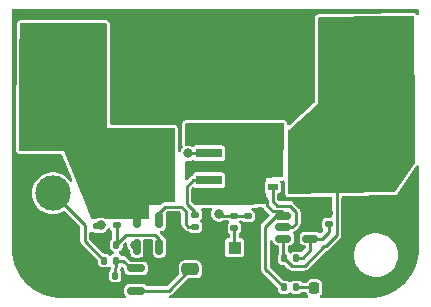
<source format=gbr>
%TF.GenerationSoftware,KiCad,Pcbnew,(6.0.6)*%
%TF.CreationDate,2022-10-10T16:19:53+08:00*%
%TF.ProjectId,NMOS_SWITCH,4e4d4f53-5f53-4574-9954-43482e6b6963,rev?*%
%TF.SameCoordinates,Original*%
%TF.FileFunction,Copper,L1,Top*%
%TF.FilePolarity,Positive*%
%FSLAX46Y46*%
G04 Gerber Fmt 4.6, Leading zero omitted, Abs format (unit mm)*
G04 Created by KiCad (PCBNEW (6.0.6)) date 2022-10-10 16:19:53*
%MOMM*%
%LPD*%
G01*
G04 APERTURE LIST*
G04 Aperture macros list*
%AMRoundRect*
0 Rectangle with rounded corners*
0 $1 Rounding radius*
0 $2 $3 $4 $5 $6 $7 $8 $9 X,Y pos of 4 corners*
0 Add a 4 corners polygon primitive as box body*
4,1,4,$2,$3,$4,$5,$6,$7,$8,$9,$2,$3,0*
0 Add four circle primitives for the rounded corners*
1,1,$1+$1,$2,$3*
1,1,$1+$1,$4,$5*
1,1,$1+$1,$6,$7*
1,1,$1+$1,$8,$9*
0 Add four rect primitives between the rounded corners*
20,1,$1+$1,$2,$3,$4,$5,0*
20,1,$1+$1,$4,$5,$6,$7,0*
20,1,$1+$1,$6,$7,$8,$9,0*
20,1,$1+$1,$8,$9,$2,$3,0*%
G04 Aperture macros list end*
%TA.AperFunction,ComponentPad*%
%ADD10R,3.000000X3.000000*%
%TD*%
%TA.AperFunction,ComponentPad*%
%ADD11C,3.000000*%
%TD*%
%TA.AperFunction,SMDPad,CuDef*%
%ADD12RoundRect,0.135000X-0.135000X-0.185000X0.135000X-0.185000X0.135000X0.185000X-0.135000X0.185000X0*%
%TD*%
%TA.AperFunction,SMDPad,CuDef*%
%ADD13RoundRect,0.135000X0.135000X0.185000X-0.135000X0.185000X-0.135000X-0.185000X0.135000X-0.185000X0*%
%TD*%
%TA.AperFunction,SMDPad,CuDef*%
%ADD14R,0.850000X0.500000*%
%TD*%
%TA.AperFunction,SMDPad,CuDef*%
%ADD15R,4.550000X4.410000*%
%TD*%
%TA.AperFunction,SMDPad,CuDef*%
%ADD16R,2.200000X0.800000*%
%TD*%
%TA.AperFunction,SMDPad,CuDef*%
%ADD17R,6.400000X5.800000*%
%TD*%
%TA.AperFunction,SMDPad,CuDef*%
%ADD18RoundRect,0.250000X0.475000X-0.250000X0.475000X0.250000X-0.475000X0.250000X-0.475000X-0.250000X0*%
%TD*%
%TA.AperFunction,SMDPad,CuDef*%
%ADD19RoundRect,0.135000X0.185000X-0.135000X0.185000X0.135000X-0.185000X0.135000X-0.185000X-0.135000X0*%
%TD*%
%TA.AperFunction,SMDPad,CuDef*%
%ADD20RoundRect,0.218750X0.218750X0.256250X-0.218750X0.256250X-0.218750X-0.256250X0.218750X-0.256250X0*%
%TD*%
%TA.AperFunction,SMDPad,CuDef*%
%ADD21RoundRect,0.135000X-0.185000X0.135000X-0.185000X-0.135000X0.185000X-0.135000X0.185000X0.135000X0*%
%TD*%
%TA.AperFunction,SMDPad,CuDef*%
%ADD22R,1.100000X1.100000*%
%TD*%
%TA.AperFunction,SMDPad,CuDef*%
%ADD23RoundRect,0.150000X-0.587500X-0.150000X0.587500X-0.150000X0.587500X0.150000X-0.587500X0.150000X0*%
%TD*%
%TA.AperFunction,SMDPad,CuDef*%
%ADD24RoundRect,0.150000X0.512500X0.150000X-0.512500X0.150000X-0.512500X-0.150000X0.512500X-0.150000X0*%
%TD*%
%TA.AperFunction,SMDPad,CuDef*%
%ADD25RoundRect,0.150000X0.150000X-0.512500X0.150000X0.512500X-0.150000X0.512500X-0.150000X-0.512500X0*%
%TD*%
%TA.AperFunction,SMDPad,CuDef*%
%ADD26RoundRect,0.140000X0.170000X-0.140000X0.170000X0.140000X-0.170000X0.140000X-0.170000X-0.140000X0*%
%TD*%
%TA.AperFunction,ComponentPad*%
%ADD27RoundRect,1.500000X1.500000X1.500000X-1.500000X1.500000X-1.500000X-1.500000X1.500000X-1.500000X0*%
%TD*%
%TA.AperFunction,ComponentPad*%
%ADD28C,6.000000*%
%TD*%
%TA.AperFunction,ComponentPad*%
%ADD29RoundRect,1.500000X-1.500000X-1.500000X1.500000X-1.500000X1.500000X1.500000X-1.500000X1.500000X0*%
%TD*%
%TA.AperFunction,ViaPad*%
%ADD30C,0.800000*%
%TD*%
%TA.AperFunction,Conductor*%
%ADD31C,0.250000*%
%TD*%
G04 APERTURE END LIST*
D10*
%TO.P,J1,1,Pin_1*%
%TO.N,GND*%
X142325000Y-103300000D03*
D11*
%TO.P,J1,2,Pin_2*%
%TO.N,/EN*%
X142325000Y-98300000D03*
%TD*%
D12*
%TO.P,R10,1*%
%TO.N,/EN*%
X146690000Y-104000000D03*
%TO.P,R10,2*%
%TO.N,Net-(R10-Pad2)*%
X147710000Y-104000000D03*
%TD*%
%TO.P,R11,1*%
%TO.N,GND*%
X146590000Y-105275000D03*
%TO.P,R11,2*%
%TO.N,Net-(R10-Pad2)*%
X147610000Y-105275000D03*
%TD*%
D13*
%TO.P,R8,1*%
%TO.N,Net-(U2-Pad1)*%
X162960000Y-103825000D03*
%TO.P,R8,2*%
%TO.N,/NMOS_OUT*%
X161940000Y-103825000D03*
%TD*%
D14*
%TO.P,Q2,1,S*%
%TO.N,Net-(Q2-Pad1)*%
X160950000Y-93995000D03*
%TO.P,Q2,2,S*%
X160950000Y-95265000D03*
%TO.P,Q2,3,S*%
X160950000Y-96535000D03*
%TO.P,Q2,4,G*%
%TO.N,Net-(U2-Pad5)*%
X160950000Y-97805000D03*
D15*
%TO.P,Q2,5,D*%
%TO.N,/NMOS_OUT*%
X164900000Y-95900000D03*
%TD*%
D16*
%TO.P,U1,1,OUT*%
%TO.N,Net-(Q2-Pad1)*%
X155550000Y-98330000D03*
%TO.P,U1,2,IN*%
%TO.N,Net-(R4-Pad2)*%
X155550000Y-97190000D03*
D17*
%TO.P,U1,3,Vbb*%
%TO.N,/NMOS_IN*%
X149250000Y-96050000D03*
D16*
%TO.P,U1,4,IS*%
%TO.N,Net-(R5-Pad2)*%
X155550000Y-94910000D03*
%TO.P,U1,5,OUT*%
%TO.N,Net-(Q2-Pad1)*%
X155550000Y-93770000D03*
%TD*%
D18*
%TO.P,C1,1*%
%TO.N,Net-(U3-Pad1)*%
X153975000Y-104750000D03*
%TO.P,C1,2*%
%TO.N,GND*%
X153975000Y-102850000D03*
%TD*%
D19*
%TO.P,R1,1*%
%TO.N,Net-(U3-Pad1)*%
X146050000Y-101110000D03*
%TO.P,R1,2*%
%TO.N,/NMOS_IN*%
X146050000Y-100090000D03*
%TD*%
D20*
%TO.P,D3,1,K*%
%TO.N,GND*%
X166037500Y-106325000D03*
%TO.P,D3,2,A*%
%TO.N,Net-(D3-Pad2)*%
X164462500Y-106325000D03*
%TD*%
D21*
%TO.P,R2,1*%
%TO.N,/NMOS_IN*%
X147750000Y-100015000D03*
%TO.P,R2,2*%
%TO.N,Net-(U3-Pad3)*%
X147750000Y-101035000D03*
%TD*%
D19*
%TO.P,R4,1*%
%TO.N,Net-(R4-Pad1)*%
X154375000Y-101135000D03*
%TO.P,R4,2*%
%TO.N,Net-(R4-Pad2)*%
X154375000Y-100115000D03*
%TD*%
D22*
%TO.P,D2,1,K*%
%TO.N,Net-(D2-Pad1)*%
X157725000Y-102900000D03*
%TO.P,D2,2,A*%
%TO.N,GND*%
X157725000Y-105700000D03*
%TD*%
D21*
%TO.P,R6,1*%
%TO.N,Net-(R5-Pad2)*%
X157700000Y-100215000D03*
%TO.P,R6,2*%
%TO.N,Net-(D2-Pad1)*%
X157700000Y-101235000D03*
%TD*%
D23*
%TO.P,Q1,1,B*%
%TO.N,Net-(R10-Pad2)*%
X149387500Y-104650000D03*
%TO.P,Q1,2,E*%
%TO.N,Net-(U3-Pad1)*%
X149387500Y-106550000D03*
%TO.P,Q1,3,C*%
%TO.N,GND*%
X151262500Y-105600000D03*
%TD*%
D24*
%TO.P,U2,1,VS*%
%TO.N,Net-(U2-Pad1)*%
X164137500Y-102150000D03*
%TO.P,U2,2,GND*%
%TO.N,GND*%
X164137500Y-101200000D03*
%TO.P,U2,3,OFF*%
X164137500Y-100250000D03*
%TO.P,U2,4,IN*%
%TO.N,Net-(Q2-Pad1)*%
X161862500Y-100250000D03*
%TO.P,U2,5,GATE*%
%TO.N,Net-(U2-Pad5)*%
X161862500Y-101200000D03*
%TO.P,U2,6,OUT*%
%TO.N,/NMOS_OUT*%
X161862500Y-102150000D03*
%TD*%
D25*
%TO.P,U3,1,-*%
%TO.N,Net-(U3-Pad1)*%
X149450000Y-102837500D03*
%TO.P,U3,2,V-*%
%TO.N,GND*%
X150400000Y-102837500D03*
%TO.P,U3,3,+*%
%TO.N,Net-(U3-Pad3)*%
X151350000Y-102837500D03*
%TO.P,U3,4*%
%TO.N,Net-(R4-Pad1)*%
X151350000Y-100562500D03*
%TO.P,U3,5,V+*%
%TO.N,/NMOS_IN*%
X149450000Y-100562500D03*
%TD*%
D19*
%TO.P,R5,1*%
%TO.N,GND*%
X158850000Y-101260000D03*
%TO.P,R5,2*%
%TO.N,Net-(R5-Pad2)*%
X158850000Y-100240000D03*
%TD*%
D12*
%TO.P,R7,1*%
%TO.N,Net-(Q2-Pad1)*%
X161915000Y-106275000D03*
%TO.P,R7,2*%
%TO.N,Net-(D3-Pad2)*%
X162935000Y-106275000D03*
%TD*%
D26*
%TO.P,C2,1*%
%TO.N,Net-(U2-Pad1)*%
X165675000Y-100905000D03*
%TO.P,C2,2*%
%TO.N,GND*%
X165675000Y-99945000D03*
%TD*%
D27*
%TO.P,J2,1,Pin_1*%
%TO.N,GND*%
X151025000Y-87550000D03*
D28*
%TO.P,J2,2,Pin_2*%
%TO.N,/NMOS_IN*%
X143825000Y-87550000D03*
%TD*%
D29*
%TO.P,J3,1,Pin_1*%
%TO.N,GND*%
X161025000Y-87400000D03*
D28*
%TO.P,J3,2,Pin_2*%
%TO.N,/NMOS_OUT*%
X168225000Y-87400000D03*
%TD*%
D13*
%TO.P,R9,1*%
%TO.N,Net-(U3-Pad3)*%
X147710000Y-102650000D03*
%TO.P,R9,2*%
%TO.N,GND*%
X146690000Y-102650000D03*
%TD*%
D30*
%TO.N,GND*%
X164000000Y-99275000D03*
X150400000Y-103625000D03*
X146300000Y-102450000D03*
X165625000Y-104925000D03*
%TO.N,Net-(U3-Pad1)*%
X149275000Y-102650000D03*
X146375000Y-101025000D03*
X154000000Y-104775000D03*
%TO.N,/NMOS_IN*%
X140450000Y-91275000D03*
%TO.N,Net-(R5-Pad2)*%
X156400000Y-100050000D03*
X153775000Y-94925000D03*
%TO.N,Net-(Q2-Pad1)*%
X159475000Y-98550000D03*
%TD*%
D31*
%TO.N,Net-(U3-Pad1)*%
X152175000Y-106550000D02*
X153975000Y-104750000D01*
X146050000Y-101110000D02*
X146290000Y-101110000D01*
X149262500Y-102650000D02*
X149450000Y-102837500D01*
X146290000Y-101110000D02*
X146375000Y-101025000D01*
X149387500Y-106550000D02*
X152175000Y-106550000D01*
%TO.N,Net-(D3-Pad2)*%
X164412500Y-106275000D02*
X164462500Y-106325000D01*
X162935000Y-106275000D02*
X164412500Y-106275000D01*
%TO.N,/NMOS_OUT*%
X166375000Y-97375000D02*
X164900000Y-95900000D01*
X162585000Y-104470000D02*
X163655000Y-104470000D01*
X163655000Y-104470000D02*
X165325000Y-102800000D01*
X161862500Y-103672500D02*
X161940000Y-103750000D01*
X166375000Y-101850000D02*
X166375000Y-97375000D01*
X165425000Y-102800000D02*
X166375000Y-101850000D01*
X161862500Y-102150000D02*
X161862500Y-103672500D01*
X165325000Y-102800000D02*
X165425000Y-102800000D01*
X161940000Y-103825000D02*
X162585000Y-104470000D01*
%TO.N,/EN*%
X145050000Y-101025000D02*
X142325000Y-98300000D01*
X145050000Y-102360000D02*
X145050000Y-101025000D01*
X146690000Y-104000000D02*
X145050000Y-102360000D01*
%TO.N,Net-(U2-Pad1)*%
X165100000Y-102150000D02*
X165675000Y-101575000D01*
X164137500Y-102150000D02*
X165100000Y-102150000D01*
X165675000Y-101575000D02*
X165675000Y-100905000D01*
X163475000Y-103750000D02*
X164137500Y-103087500D01*
X164137500Y-103087500D02*
X164137500Y-102150000D01*
X162960000Y-103750000D02*
X163475000Y-103750000D01*
%TO.N,Net-(R4-Pad2)*%
X154235000Y-97190000D02*
X155550000Y-97190000D01*
X153675000Y-99175000D02*
X153675000Y-97750000D01*
X153675000Y-97750000D02*
X154235000Y-97190000D01*
X154375000Y-99875000D02*
X153675000Y-99175000D01*
X154375000Y-100115000D02*
X154375000Y-99875000D01*
%TO.N,Net-(R5-Pad2)*%
X158825000Y-100215000D02*
X158850000Y-100240000D01*
X153775000Y-94925000D02*
X155535000Y-94925000D01*
X155535000Y-94925000D02*
X155550000Y-94910000D01*
X157700000Y-100215000D02*
X158825000Y-100215000D01*
X157700000Y-100215000D02*
X156565000Y-100215000D01*
X156565000Y-100215000D02*
X156400000Y-100050000D01*
%TO.N,Net-(D2-Pad1)*%
X157700000Y-102875000D02*
X157725000Y-102900000D01*
X157700000Y-101235000D02*
X157700000Y-102875000D01*
%TO.N,Net-(Q2-Pad1)*%
X160500000Y-98887500D02*
X160500000Y-99350000D01*
X160162500Y-98550000D02*
X160500000Y-98887500D01*
X160950000Y-99800000D02*
X161725000Y-99800000D01*
X160325000Y-101125000D02*
X161200000Y-100250000D01*
X160500000Y-99350000D02*
X160950000Y-99800000D01*
X161915000Y-106275000D02*
X160325000Y-104685000D01*
X159475000Y-98550000D02*
X160162500Y-98550000D01*
X161862500Y-99937500D02*
X161862500Y-100250000D01*
X161725000Y-99800000D02*
X161862500Y-99937500D01*
X160325000Y-101125000D02*
X160325000Y-104685000D01*
X161200000Y-100250000D02*
X161862500Y-100250000D01*
%TO.N,Net-(R10-Pad2)*%
X148275000Y-104000000D02*
X147710000Y-104000000D01*
X147710000Y-104000000D02*
X147710000Y-104515000D01*
X148925000Y-104650000D02*
X148275000Y-104000000D01*
X149587500Y-104650000D02*
X148925000Y-104650000D01*
X147610000Y-104615000D02*
X147610000Y-105275000D01*
X147710000Y-104515000D02*
X147610000Y-104615000D01*
%TO.N,Net-(U2-Pad5)*%
X162925000Y-99900000D02*
X162925000Y-100875000D01*
X160950000Y-97805000D02*
X160950000Y-98975000D01*
X162375000Y-99350000D02*
X162925000Y-99900000D01*
X160950000Y-98975000D02*
X161325000Y-99350000D01*
X162600000Y-101200000D02*
X161862500Y-101200000D01*
X161325000Y-99350000D02*
X162375000Y-99350000D01*
X162925000Y-100875000D02*
X162600000Y-101200000D01*
%TO.N,Net-(R4-Pad1)*%
X153600000Y-99850000D02*
X153600000Y-100925000D01*
X151850000Y-99450000D02*
X153200000Y-99450000D01*
X153810000Y-101135000D02*
X154375000Y-101135000D01*
X151350000Y-100562500D02*
X151350000Y-99950000D01*
X153600000Y-100925000D02*
X153810000Y-101135000D01*
X153200000Y-99450000D02*
X153600000Y-99850000D01*
X151350000Y-99950000D02*
X151850000Y-99450000D01*
%TO.N,Net-(U3-Pad3)*%
X150975000Y-101800000D02*
X148560000Y-101800000D01*
X147750000Y-102610000D02*
X147710000Y-102650000D01*
X151350000Y-102837500D02*
X151350000Y-102175000D01*
X148560000Y-101800000D02*
X147710000Y-102650000D01*
X147750000Y-101035000D02*
X147750000Y-102610000D01*
X151350000Y-102175000D02*
X150975000Y-101800000D01*
%TD*%
%TA.AperFunction,Conductor*%
%TO.N,Net-(Q2-Pad1)*%
G36*
X161874268Y-92364919D02*
G01*
X161920794Y-92418546D01*
X161932195Y-92473001D01*
X161861276Y-96846343D01*
X161840172Y-96914130D01*
X161785770Y-96959747D01*
X161735720Y-96970299D01*
X161422509Y-96971362D01*
X160350000Y-96975000D01*
X160350000Y-97320597D01*
X160328765Y-97390599D01*
X160285266Y-97455699D01*
X160270500Y-97529933D01*
X160270501Y-98080066D01*
X160285266Y-98154301D01*
X160292161Y-98164621D01*
X160292162Y-98164622D01*
X160328765Y-98219401D01*
X160350000Y-98289403D01*
X160350000Y-99125377D01*
X160329998Y-99193498D01*
X160276342Y-99239991D01*
X160225385Y-99251369D01*
X158493879Y-99270397D01*
X154405598Y-99315323D01*
X154337264Y-99296072D01*
X154315121Y-99278427D01*
X154091405Y-99054711D01*
X154057379Y-98992399D01*
X154054500Y-98965616D01*
X154054500Y-97959384D01*
X154074502Y-97891263D01*
X154091405Y-97870289D01*
X154146456Y-97815238D01*
X154208768Y-97781212D01*
X154279583Y-97786277D01*
X154305550Y-97799566D01*
X154350699Y-97829734D01*
X154424933Y-97844500D01*
X155549818Y-97844500D01*
X156675066Y-97844499D01*
X156710818Y-97837388D01*
X156737126Y-97832156D01*
X156737128Y-97832155D01*
X156749301Y-97829734D01*
X156759621Y-97822839D01*
X156759622Y-97822838D01*
X156823168Y-97780377D01*
X156833484Y-97773484D01*
X156889734Y-97689301D01*
X156904500Y-97615067D01*
X156904499Y-96764934D01*
X156889734Y-96690699D01*
X156833484Y-96606516D01*
X156749301Y-96550266D01*
X156675067Y-96535500D01*
X155550182Y-96535500D01*
X154424934Y-96535501D01*
X154389182Y-96542612D01*
X154362874Y-96547844D01*
X154362872Y-96547845D01*
X154350699Y-96550266D01*
X154340379Y-96557161D01*
X154340378Y-96557162D01*
X154279985Y-96597516D01*
X154266516Y-96606516D01*
X154210266Y-96690699D01*
X154207845Y-96702871D01*
X154202479Y-96729848D01*
X154169572Y-96792758D01*
X154126749Y-96818604D01*
X154127671Y-96820524D01*
X154124536Y-96822030D01*
X154117921Y-96824740D01*
X154110374Y-96825996D01*
X154101205Y-96830943D01*
X154101203Y-96830944D01*
X154065268Y-96850334D01*
X154059976Y-96853031D01*
X154013768Y-96875219D01*
X154009493Y-96878813D01*
X154007568Y-96880738D01*
X154005638Y-96882509D01*
X154005553Y-96882555D01*
X154005441Y-96882432D01*
X154004906Y-96882904D01*
X153999186Y-96885990D01*
X153992119Y-96893635D01*
X153962584Y-96925586D01*
X153959154Y-96929152D01*
X153740095Y-97148211D01*
X153677783Y-97182237D01*
X153606968Y-97177172D01*
X153550132Y-97134625D01*
X153525321Y-97068105D01*
X153525000Y-97059116D01*
X153525000Y-95699415D01*
X153545002Y-95631294D01*
X153598658Y-95584801D01*
X153668932Y-95574697D01*
X153673771Y-95575676D01*
X153678171Y-95576279D01*
X153685522Y-95578207D01*
X153769477Y-95579526D01*
X153836319Y-95580576D01*
X153836322Y-95580576D01*
X153843916Y-95580695D01*
X153998332Y-95545329D01*
X154132213Y-95477995D01*
X154202055Y-95465257D01*
X154264976Y-95491179D01*
X154266516Y-95493484D01*
X154276337Y-95500046D01*
X154276339Y-95500048D01*
X154333150Y-95538008D01*
X154350699Y-95549734D01*
X154424933Y-95564500D01*
X155549818Y-95564500D01*
X156675066Y-95564499D01*
X156710818Y-95557388D01*
X156737126Y-95552156D01*
X156737128Y-95552155D01*
X156749301Y-95549734D01*
X156759621Y-95542839D01*
X156759622Y-95542838D01*
X156823168Y-95500377D01*
X156833484Y-95493484D01*
X156889734Y-95409301D01*
X156904500Y-95335067D01*
X156904499Y-94484934D01*
X156897388Y-94449182D01*
X156892156Y-94422874D01*
X156892155Y-94422872D01*
X156889734Y-94410699D01*
X156833484Y-94326516D01*
X156749301Y-94270266D01*
X156675067Y-94255500D01*
X155550182Y-94255500D01*
X154424934Y-94255501D01*
X154389182Y-94262612D01*
X154362874Y-94267844D01*
X154362872Y-94267845D01*
X154350699Y-94270266D01*
X154340379Y-94277161D01*
X154340378Y-94277162D01*
X154292006Y-94309484D01*
X154266516Y-94326516D01*
X154259623Y-94336832D01*
X154257337Y-94339118D01*
X154195025Y-94373144D01*
X154124210Y-94368079D01*
X154109292Y-94361382D01*
X154011274Y-94309484D01*
X153857633Y-94270892D01*
X153850034Y-94270852D01*
X153850033Y-94270852D01*
X153784181Y-94270507D01*
X153699221Y-94270062D01*
X153688054Y-94272743D01*
X153680413Y-94274577D01*
X153609505Y-94271029D01*
X153551772Y-94229709D01*
X153525542Y-94163735D01*
X153525000Y-94152058D01*
X153525000Y-92475923D01*
X153545002Y-92407802D01*
X153598658Y-92361309D01*
X153650921Y-92349923D01*
X161806135Y-92344958D01*
X161874268Y-92364919D01*
G37*
%TD.AperFunction*%
%TD*%
%TA.AperFunction,Conductor*%
%TO.N,GND*%
G36*
X173287939Y-95969368D02*
G01*
X173324905Y-96029982D01*
X173329206Y-96062772D01*
X173326990Y-97917702D01*
X173320554Y-103303743D01*
X173320055Y-103314792D01*
X173320034Y-103315026D01*
X173316542Y-103326930D01*
X173317871Y-103339266D01*
X173316853Y-103350672D01*
X173316683Y-103362750D01*
X173270247Y-103703291D01*
X173269008Y-103712375D01*
X173266888Y-103723890D01*
X173242080Y-103830548D01*
X173180189Y-104096636D01*
X173177008Y-104107910D01*
X173056064Y-104471002D01*
X173051849Y-104481932D01*
X172897711Y-104832213D01*
X172892499Y-104842704D01*
X172706494Y-105177159D01*
X172700342Y-105187105D01*
X172484065Y-105502861D01*
X172477009Y-105512199D01*
X172232358Y-105806485D01*
X172224459Y-105815135D01*
X172143907Y-105895500D01*
X171963302Y-106075685D01*
X171953532Y-106085432D01*
X171944879Y-106093297D01*
X171650017Y-106337267D01*
X171640654Y-106344306D01*
X171324411Y-106559836D01*
X171314436Y-106565976D01*
X171005720Y-106736726D01*
X170979545Y-106751203D01*
X170969046Y-106756388D01*
X170664244Y-106889666D01*
X170618400Y-106909712D01*
X170607461Y-106913900D01*
X170244093Y-107033996D01*
X170232821Y-107037149D01*
X170157427Y-107054500D01*
X169859870Y-107122979D01*
X169848344Y-107125073D01*
X169658687Y-107150485D01*
X169469023Y-107175898D01*
X169457365Y-107176910D01*
X169307786Y-107182925D01*
X169074973Y-107192286D01*
X169063260Y-107192212D01*
X168838199Y-107180315D01*
X168710679Y-107173574D01*
X168699360Y-107171581D01*
X168687602Y-107170409D01*
X168675730Y-107166793D01*
X168663379Y-107167995D01*
X168663377Y-107167995D01*
X168643830Y-107169898D01*
X168631562Y-107170491D01*
X166887687Y-107169645D01*
X165064674Y-107168760D01*
X164996563Y-107148725D01*
X164950096Y-107095047D01*
X164940026Y-107024768D01*
X164969551Y-106960201D01*
X164989170Y-106941934D01*
X165012148Y-106924713D01*
X165012150Y-106924711D01*
X165019330Y-106919330D01*
X165100628Y-106810853D01*
X165110868Y-106783540D01*
X165143696Y-106695970D01*
X165148214Y-106683919D01*
X165154500Y-106626053D01*
X165154499Y-106023948D01*
X165148214Y-105966081D01*
X165110850Y-105866414D01*
X165103779Y-105847551D01*
X165103778Y-105847548D01*
X165100628Y-105839147D01*
X165019330Y-105730670D01*
X164910853Y-105649372D01*
X164902452Y-105646222D01*
X164902449Y-105646221D01*
X164826525Y-105617758D01*
X164783919Y-105601786D01*
X164776066Y-105600933D01*
X164776062Y-105600932D01*
X164729452Y-105595869D01*
X164729448Y-105595869D01*
X164726053Y-105595500D01*
X164462539Y-105595500D01*
X164198948Y-105595501D01*
X164141081Y-105601786D01*
X164086245Y-105622343D01*
X164022551Y-105646221D01*
X164022548Y-105646222D01*
X164014147Y-105649372D01*
X163905670Y-105730670D01*
X163824372Y-105839147D01*
X163822826Y-105837989D01*
X163780575Y-105880151D01*
X163720306Y-105895500D01*
X163478419Y-105895500D01*
X163410298Y-105875498D01*
X163390473Y-105856771D01*
X163389040Y-105858204D01*
X163301796Y-105770960D01*
X163191862Y-105714946D01*
X163182073Y-105713396D01*
X163182071Y-105713395D01*
X163155579Y-105709199D01*
X163100653Y-105700500D01*
X162935034Y-105700500D01*
X162769348Y-105700501D01*
X162764455Y-105701276D01*
X162764454Y-105701276D01*
X162687936Y-105713394D01*
X162687934Y-105713395D01*
X162678138Y-105714946D01*
X162669301Y-105719449D01*
X162669300Y-105719449D01*
X162647278Y-105730670D01*
X162568204Y-105770960D01*
X162514095Y-105825069D01*
X162451783Y-105859095D01*
X162380968Y-105854030D01*
X162335905Y-105825069D01*
X162281796Y-105770960D01*
X162171862Y-105714946D01*
X162162073Y-105713396D01*
X162162071Y-105713395D01*
X162128741Y-105708116D01*
X162080653Y-105700500D01*
X162063018Y-105700500D01*
X161929385Y-105700501D01*
X161861265Y-105680499D01*
X161840290Y-105663596D01*
X160741405Y-104564711D01*
X160707379Y-104502399D01*
X160704500Y-104475616D01*
X160704500Y-102411204D01*
X160724502Y-102343083D01*
X160778158Y-102296590D01*
X160848432Y-102286486D01*
X160913012Y-102315980D01*
X160951396Y-102375706D01*
X160954949Y-102391494D01*
X160960502Y-102426555D01*
X161018674Y-102540723D01*
X161109277Y-102631326D01*
X161223445Y-102689498D01*
X161318166Y-102704500D01*
X161357000Y-102704500D01*
X161425121Y-102724502D01*
X161471614Y-102778158D01*
X161483000Y-102830500D01*
X161483000Y-103383763D01*
X161469267Y-103440965D01*
X161429946Y-103518138D01*
X161428396Y-103527927D01*
X161428395Y-103527929D01*
X161426938Y-103537128D01*
X161415500Y-103609347D01*
X161415501Y-104040652D01*
X161416276Y-104045545D01*
X161416276Y-104045546D01*
X161426318Y-104108951D01*
X161429946Y-104131862D01*
X161485960Y-104241796D01*
X161573204Y-104329040D01*
X161683138Y-104385054D01*
X161692927Y-104386604D01*
X161692929Y-104386605D01*
X161717851Y-104390552D01*
X161774347Y-104399500D01*
X161791982Y-104399500D01*
X161925615Y-104399499D01*
X161993735Y-104419501D01*
X162014710Y-104436404D01*
X162278522Y-104700216D01*
X162293664Y-104718964D01*
X162294779Y-104720189D01*
X162300429Y-104728940D01*
X162308607Y-104735387D01*
X162308609Y-104735389D01*
X162326800Y-104749729D01*
X162331241Y-104753675D01*
X162331303Y-104753602D01*
X162335267Y-104756961D01*
X162338944Y-104760638D01*
X162354692Y-104771892D01*
X162359362Y-104775398D01*
X162399647Y-104807156D01*
X162408281Y-104810188D01*
X162415734Y-104815514D01*
X162464850Y-104830203D01*
X162470492Y-104832036D01*
X162511199Y-104846331D01*
X162518851Y-104849018D01*
X162524416Y-104849500D01*
X162527124Y-104849500D01*
X162529758Y-104849614D01*
X162529856Y-104849643D01*
X162529849Y-104849807D01*
X162530553Y-104849851D01*
X162536778Y-104851713D01*
X162590635Y-104849597D01*
X162595582Y-104849500D01*
X163601080Y-104849500D01*
X163625028Y-104852049D01*
X163626693Y-104852128D01*
X163636876Y-104854320D01*
X163647217Y-104853096D01*
X163670223Y-104850373D01*
X163676154Y-104850023D01*
X163676146Y-104849928D01*
X163681324Y-104849500D01*
X163686524Y-104849500D01*
X163691653Y-104848646D01*
X163691656Y-104848646D01*
X163705565Y-104846331D01*
X163711443Y-104845494D01*
X163752001Y-104840694D01*
X163752002Y-104840694D01*
X163762341Y-104839470D01*
X163770593Y-104835507D01*
X163779626Y-104834004D01*
X163788795Y-104829057D01*
X163788797Y-104829056D01*
X163824732Y-104809666D01*
X163830025Y-104806969D01*
X163869082Y-104788215D01*
X163869086Y-104788212D01*
X163876232Y-104784781D01*
X163880508Y-104781186D01*
X163882431Y-104779263D01*
X163884363Y-104777491D01*
X163884442Y-104777448D01*
X163884555Y-104777572D01*
X163885095Y-104777096D01*
X163890814Y-104774010D01*
X163927417Y-104734413D01*
X163930846Y-104730848D01*
X165094508Y-103567186D01*
X167841018Y-103567186D01*
X167866579Y-103835100D01*
X167867664Y-103839534D01*
X167867665Y-103839540D01*
X167909665Y-104011180D01*
X167930547Y-104096518D01*
X168031583Y-104345963D01*
X168167569Y-104578210D01*
X168251679Y-104683384D01*
X168331875Y-104783664D01*
X168335658Y-104788395D01*
X168532327Y-104972113D01*
X168753457Y-105125516D01*
X168994416Y-105245391D01*
X168998750Y-105246812D01*
X168998753Y-105246813D01*
X169245823Y-105327807D01*
X169245829Y-105327808D01*
X169250156Y-105329227D01*
X169254647Y-105330007D01*
X169254648Y-105330007D01*
X169511538Y-105374611D01*
X169511546Y-105374612D01*
X169515319Y-105375267D01*
X169519156Y-105375458D01*
X169598777Y-105379422D01*
X169598785Y-105379422D01*
X169600348Y-105379500D01*
X169768374Y-105379500D01*
X169770642Y-105379335D01*
X169770654Y-105379335D01*
X169901457Y-105369844D01*
X169968425Y-105364985D01*
X169972880Y-105364001D01*
X169972883Y-105364001D01*
X170226770Y-105307947D01*
X170226772Y-105307946D01*
X170231226Y-105306963D01*
X170482900Y-105211613D01*
X170619343Y-105135826D01*
X170714179Y-105083149D01*
X170714180Y-105083148D01*
X170718172Y-105080931D01*
X170864842Y-104968996D01*
X170928491Y-104920421D01*
X170928495Y-104920417D01*
X170932116Y-104917654D01*
X170938416Y-104911210D01*
X171046439Y-104800707D01*
X171120249Y-104725203D01*
X171188759Y-104631080D01*
X171275942Y-104511304D01*
X171275947Y-104511297D01*
X171278630Y-104507610D01*
X171403941Y-104269433D01*
X171493557Y-104015662D01*
X171519431Y-103884389D01*
X171544720Y-103756083D01*
X171544721Y-103756077D01*
X171545601Y-103751611D01*
X171547704Y-103709362D01*
X171558755Y-103487383D01*
X171558755Y-103487377D01*
X171558982Y-103482814D01*
X171533421Y-103214900D01*
X171532236Y-103210054D01*
X171470539Y-102957920D01*
X171469453Y-102953482D01*
X171368417Y-102704037D01*
X171232431Y-102471790D01*
X171064342Y-102261605D01*
X170867673Y-102077887D01*
X170646543Y-101924484D01*
X170405584Y-101804609D01*
X170401250Y-101803188D01*
X170401247Y-101803187D01*
X170154177Y-101722193D01*
X170154171Y-101722192D01*
X170149844Y-101720773D01*
X170145352Y-101719993D01*
X169888462Y-101675389D01*
X169888454Y-101675388D01*
X169884681Y-101674733D01*
X169874718Y-101674237D01*
X169801223Y-101670578D01*
X169801215Y-101670578D01*
X169799652Y-101670500D01*
X169631626Y-101670500D01*
X169629358Y-101670665D01*
X169629346Y-101670665D01*
X169498543Y-101680156D01*
X169431575Y-101685015D01*
X169427120Y-101685999D01*
X169427117Y-101685999D01*
X169173230Y-101742053D01*
X169173228Y-101742054D01*
X169168774Y-101743037D01*
X168917100Y-101838387D01*
X168913114Y-101840601D01*
X168913112Y-101840602D01*
X168723389Y-101945984D01*
X168681828Y-101969069D01*
X168678196Y-101971841D01*
X168471509Y-102129579D01*
X168471505Y-102129583D01*
X168467884Y-102132346D01*
X168279751Y-102324797D01*
X168274629Y-102331834D01*
X168124058Y-102538696D01*
X168124053Y-102538703D01*
X168121370Y-102542390D01*
X167996059Y-102780567D01*
X167906443Y-103034338D01*
X167889911Y-103118215D01*
X167860991Y-103264946D01*
X167854399Y-103298389D01*
X167854172Y-103302942D01*
X167854172Y-103302945D01*
X167841395Y-103559622D01*
X167841018Y-103567186D01*
X165094508Y-103567186D01*
X165455942Y-103205752D01*
X165512382Y-103174933D01*
X165511995Y-103173601D01*
X165518033Y-103171847D01*
X165518254Y-103171726D01*
X165518712Y-103171649D01*
X165521998Y-103170694D01*
X165532341Y-103169470D01*
X165540593Y-103165507D01*
X165549626Y-103164004D01*
X165558795Y-103159057D01*
X165558797Y-103159056D01*
X165594732Y-103139666D01*
X165600025Y-103136969D01*
X165639082Y-103118215D01*
X165639086Y-103118212D01*
X165646232Y-103114781D01*
X165650508Y-103111186D01*
X165652431Y-103109263D01*
X165654363Y-103107491D01*
X165654442Y-103107448D01*
X165654555Y-103107572D01*
X165655095Y-103107096D01*
X165660814Y-103104010D01*
X165697417Y-103064413D01*
X165700846Y-103060848D01*
X166605216Y-102156478D01*
X166623964Y-102141336D01*
X166625189Y-102140221D01*
X166633940Y-102134571D01*
X166640387Y-102126393D01*
X166640389Y-102126391D01*
X166654729Y-102108200D01*
X166658675Y-102103759D01*
X166658602Y-102103697D01*
X166661961Y-102099733D01*
X166665638Y-102096056D01*
X166676892Y-102080308D01*
X166680398Y-102075638D01*
X166712156Y-102035353D01*
X166715188Y-102026719D01*
X166720514Y-102019266D01*
X166735203Y-101970150D01*
X166737036Y-101964508D01*
X166751390Y-101923633D01*
X166751390Y-101923632D01*
X166754018Y-101916149D01*
X166754500Y-101910584D01*
X166754500Y-101907876D01*
X166754614Y-101905242D01*
X166754643Y-101905144D01*
X166754807Y-101905151D01*
X166754851Y-101904447D01*
X166756713Y-101898222D01*
X166754597Y-101844365D01*
X166754500Y-101839418D01*
X166754500Y-98695548D01*
X166774502Y-98627427D01*
X166828158Y-98580934D01*
X166878064Y-98569572D01*
X171211644Y-98485773D01*
X171214695Y-98485714D01*
X171217713Y-98485363D01*
X171217717Y-98485363D01*
X171236395Y-98483192D01*
X171264300Y-98479949D01*
X171311492Y-98469788D01*
X171315520Y-98468739D01*
X171325691Y-98466089D01*
X171325695Y-98466088D01*
X171332997Y-98464185D01*
X171422139Y-98416168D01*
X171447507Y-98395212D01*
X171473401Y-98373822D01*
X171473403Y-98373820D01*
X171476875Y-98370952D01*
X171526546Y-98316286D01*
X171535426Y-98303160D01*
X173098842Y-95992023D01*
X173153578Y-95946807D01*
X173224071Y-95938362D01*
X173287939Y-95969368D01*
G37*
%TD.AperFunction*%
%TA.AperFunction,Conductor*%
G36*
X173287166Y-82699502D02*
G01*
X173333659Y-82753158D01*
X173345045Y-82805650D01*
X173344729Y-83070829D01*
X173344683Y-83109193D01*
X173324600Y-83177290D01*
X173270889Y-83223719D01*
X173200603Y-83233739D01*
X173136057Y-83204169D01*
X173124728Y-83192998D01*
X173086390Y-83150093D01*
X173086388Y-83150091D01*
X173084516Y-83147996D01*
X173050742Y-83116387D01*
X173036464Y-83109193D01*
X172965844Y-83073613D01*
X172965843Y-83073613D01*
X172960318Y-83070829D01*
X172954355Y-83069177D01*
X172954354Y-83069176D01*
X172926567Y-83061475D01*
X172891901Y-83051868D01*
X172884459Y-83050914D01*
X172823104Y-83043044D01*
X172823098Y-83043044D01*
X172818641Y-83042472D01*
X167427857Y-83124649D01*
X164873391Y-83163589D01*
X164873387Y-83163589D01*
X164870124Y-83163639D01*
X164848743Y-83166185D01*
X164820211Y-83169583D01*
X164820204Y-83169584D01*
X164816990Y-83169967D01*
X164766569Y-83181338D01*
X164765102Y-83181747D01*
X164765088Y-83181750D01*
X164755122Y-83184525D01*
X164741709Y-83188260D01*
X164653722Y-83238363D01*
X164600066Y-83284856D01*
X164567944Y-83318145D01*
X164521013Y-83407864D01*
X164501011Y-83475985D01*
X164490500Y-83549094D01*
X164490500Y-90578313D01*
X164470498Y-90646434D01*
X164448790Y-90671968D01*
X162415110Y-92502280D01*
X162397494Y-92518134D01*
X162333479Y-92548837D01*
X162263027Y-92540057D01*
X162208507Y-92494582D01*
X162187773Y-92436442D01*
X162186521Y-92423314D01*
X162186521Y-92423311D01*
X162186188Y-92419824D01*
X162174787Y-92365369D01*
X162166964Y-92336444D01*
X162162841Y-92329213D01*
X162119875Y-92253871D01*
X162116806Y-92248489D01*
X162086628Y-92213705D01*
X162072120Y-92196982D01*
X162072112Y-92196973D01*
X162070280Y-92194862D01*
X162043699Y-92169244D01*
X162043465Y-92169018D01*
X162043462Y-92169016D01*
X162036974Y-92162763D01*
X161947227Y-92115886D01*
X161941288Y-92114146D01*
X161883409Y-92097189D01*
X161883407Y-92097189D01*
X161879094Y-92095925D01*
X161805977Y-92085458D01*
X153650763Y-92090423D01*
X153647411Y-92090785D01*
X153647409Y-92090785D01*
X153599041Y-92096007D01*
X153599035Y-92096008D01*
X153595682Y-92096370D01*
X153543419Y-92107756D01*
X153541788Y-92108204D01*
X153541779Y-92108206D01*
X153524306Y-92113003D01*
X153524304Y-92113004D01*
X153516709Y-92115089D01*
X153428722Y-92165192D01*
X153375066Y-92211685D01*
X153342944Y-92244974D01*
X153296013Y-92334693D01*
X153276011Y-92402814D01*
X153275371Y-92407262D01*
X153275370Y-92407269D01*
X153266139Y-92471475D01*
X153265500Y-92475923D01*
X153265500Y-94152058D01*
X153265779Y-94164090D01*
X153266321Y-94175767D01*
X153284402Y-94259608D01*
X153310632Y-94325582D01*
X153311899Y-94328090D01*
X153311904Y-94328102D01*
X153314191Y-94332630D01*
X153327046Y-94402454D01*
X153300111Y-94468142D01*
X153295356Y-94473744D01*
X153290764Y-94478844D01*
X153285039Y-94483838D01*
X153193950Y-94613444D01*
X153188859Y-94626502D01*
X153152893Y-94718750D01*
X153109512Y-94774951D01*
X153042633Y-94798778D01*
X152973490Y-94782665D01*
X152924034Y-94731727D01*
X152909500Y-94672980D01*
X152909500Y-92876000D01*
X152903570Y-92820841D01*
X152892184Y-92768499D01*
X152884834Y-92741709D01*
X152864918Y-92706733D01*
X152837794Y-92659101D01*
X152834731Y-92653722D01*
X152788238Y-92600066D01*
X152754949Y-92567944D01*
X152665230Y-92521013D01*
X152655425Y-92518134D01*
X152601432Y-92502280D01*
X152601428Y-92502279D01*
X152597109Y-92501011D01*
X152592661Y-92500371D01*
X152592654Y-92500370D01*
X152528448Y-92491139D01*
X152528441Y-92491139D01*
X152524000Y-92490500D01*
X147285500Y-92490500D01*
X147217379Y-92470498D01*
X147170886Y-92416842D01*
X147159500Y-92364500D01*
X147159500Y-84001000D01*
X147153570Y-83945841D01*
X147142184Y-83893499D01*
X147134834Y-83866709D01*
X147084731Y-83778722D01*
X147038238Y-83725066D01*
X147004949Y-83692944D01*
X146915230Y-83646013D01*
X146905343Y-83643110D01*
X146851432Y-83627280D01*
X146851428Y-83627279D01*
X146847109Y-83626011D01*
X146842661Y-83625371D01*
X146842654Y-83625370D01*
X146778448Y-83616139D01*
X146778441Y-83616139D01*
X146774000Y-83615500D01*
X139650163Y-83615500D01*
X139646860Y-83615850D01*
X139646852Y-83615850D01*
X139599164Y-83620897D01*
X139599161Y-83620898D01*
X139595849Y-83621248D01*
X139592598Y-83621944D01*
X139592591Y-83621945D01*
X139545896Y-83631940D01*
X139545889Y-83631942D01*
X139544271Y-83632288D01*
X139542693Y-83632712D01*
X139542674Y-83632717D01*
X139525836Y-83637246D01*
X139525833Y-83637247D01*
X139518275Y-83639280D01*
X139511446Y-83643109D01*
X139511443Y-83643110D01*
X139435357Y-83685769D01*
X139435354Y-83685771D01*
X139429957Y-83688797D01*
X139375993Y-83734932D01*
X139343652Y-83768005D01*
X139296125Y-83857410D01*
X139294341Y-83863340D01*
X139294340Y-83863342D01*
X139285756Y-83891873D01*
X139275670Y-83925396D01*
X139274999Y-83929851D01*
X139274998Y-83929856D01*
X139265342Y-83993982D01*
X139264672Y-83998432D01*
X139264642Y-84002932D01*
X139195313Y-94408923D01*
X139193863Y-94626502D01*
X139199785Y-94683380D01*
X139211515Y-94737314D01*
X139219411Y-94765733D01*
X139270092Y-94853387D01*
X139316937Y-94906736D01*
X139318956Y-94908659D01*
X139318963Y-94908666D01*
X139328866Y-94918096D01*
X139350438Y-94938639D01*
X139440464Y-94984979D01*
X139446419Y-94986685D01*
X139504382Y-95003291D01*
X139504387Y-95003292D01*
X139508715Y-95004532D01*
X139513174Y-95005143D01*
X139513178Y-95005144D01*
X139568914Y-95012783D01*
X139581890Y-95014561D01*
X142994087Y-94992112D01*
X143062337Y-95011665D01*
X143111445Y-95070186D01*
X143949543Y-97108153D01*
X143966045Y-97148279D01*
X143973455Y-97218887D01*
X143941514Y-97282294D01*
X143880365Y-97318366D01*
X143809420Y-97315652D01*
X143750564Y-97274207D01*
X143711155Y-97224217D01*
X143622180Y-97111353D01*
X143432239Y-96932674D01*
X143217973Y-96784032D01*
X143213783Y-96781966D01*
X143213780Y-96781964D01*
X142988278Y-96670759D01*
X142988275Y-96670758D01*
X142984090Y-96668694D01*
X142735728Y-96589193D01*
X142731121Y-96588443D01*
X142731118Y-96588442D01*
X142482955Y-96548026D01*
X142482956Y-96548026D01*
X142478344Y-96547275D01*
X142351875Y-96545620D01*
X142222267Y-96543923D01*
X142222264Y-96543923D01*
X142217590Y-96543862D01*
X141959196Y-96579028D01*
X141954710Y-96580336D01*
X141954708Y-96580336D01*
X141924321Y-96589193D01*
X141708838Y-96652000D01*
X141472016Y-96761177D01*
X141468111Y-96763737D01*
X141468106Y-96763740D01*
X141257846Y-96901592D01*
X141257841Y-96901596D01*
X141253933Y-96904158D01*
X141156656Y-96990981D01*
X141079689Y-97059677D01*
X141059379Y-97077804D01*
X140892629Y-97278300D01*
X140757345Y-97501240D01*
X140755538Y-97505548D01*
X140755538Y-97505549D01*
X140676155Y-97694857D01*
X140656500Y-97741728D01*
X140592310Y-97994480D01*
X140566183Y-98253944D01*
X140566407Y-98258611D01*
X140566407Y-98258616D01*
X140568851Y-98309499D01*
X140578694Y-98514419D01*
X140629569Y-98770185D01*
X140717690Y-99015621D01*
X140841120Y-99245336D01*
X140843915Y-99249079D01*
X140843917Y-99249082D01*
X140994357Y-99450545D01*
X140994362Y-99450551D01*
X140997149Y-99454283D01*
X141000458Y-99457563D01*
X141000463Y-99457569D01*
X141170291Y-99625921D01*
X141182348Y-99637873D01*
X141186110Y-99640631D01*
X141186113Y-99640634D01*
X141370453Y-99775798D01*
X141392649Y-99792073D01*
X141396780Y-99794247D01*
X141396781Y-99794247D01*
X141619298Y-99911319D01*
X141619304Y-99911321D01*
X141623433Y-99913494D01*
X141869629Y-99999469D01*
X141874222Y-100000341D01*
X142121239Y-100047239D01*
X142121242Y-100047239D01*
X142125828Y-100048110D01*
X142249725Y-100052978D01*
X142381735Y-100058165D01*
X142381740Y-100058165D01*
X142386403Y-100058348D01*
X142479885Y-100048110D01*
X142640976Y-100030468D01*
X142640981Y-100030467D01*
X142645629Y-100029958D01*
X142671606Y-100023119D01*
X142893291Y-99964754D01*
X142897811Y-99963564D01*
X143137410Y-99860625D01*
X143183228Y-99832272D01*
X143251680Y-99813434D01*
X143319450Y-99834595D01*
X143338627Y-99850321D01*
X144633595Y-101145289D01*
X144667621Y-101207601D01*
X144670500Y-101234384D01*
X144670500Y-102306080D01*
X144667951Y-102330028D01*
X144667872Y-102331693D01*
X144665680Y-102341876D01*
X144666904Y-102352217D01*
X144669627Y-102375223D01*
X144669977Y-102381154D01*
X144670072Y-102381146D01*
X144670500Y-102386324D01*
X144670500Y-102391524D01*
X144671354Y-102396653D01*
X144671354Y-102396656D01*
X144673669Y-102410565D01*
X144674506Y-102416443D01*
X144680530Y-102467341D01*
X144684493Y-102475593D01*
X144685996Y-102484626D01*
X144690943Y-102493795D01*
X144690944Y-102493797D01*
X144710334Y-102529732D01*
X144713031Y-102535025D01*
X144731785Y-102574082D01*
X144731788Y-102574086D01*
X144735219Y-102581232D01*
X144738814Y-102585508D01*
X144740737Y-102587431D01*
X144742509Y-102589363D01*
X144742552Y-102589442D01*
X144742428Y-102589555D01*
X144742904Y-102590095D01*
X144745990Y-102595814D01*
X144753635Y-102602881D01*
X144785586Y-102632416D01*
X144789152Y-102635846D01*
X146128596Y-103975290D01*
X146162622Y-104037602D01*
X146165501Y-104064385D01*
X146165501Y-104215652D01*
X146166276Y-104220545D01*
X146166276Y-104220546D01*
X146171816Y-104255524D01*
X146179946Y-104306862D01*
X146235960Y-104416796D01*
X146323204Y-104504040D01*
X146433138Y-104560054D01*
X146442927Y-104561604D01*
X146442929Y-104561605D01*
X146462541Y-104564711D01*
X146524347Y-104574500D01*
X146689966Y-104574500D01*
X146855652Y-104574499D01*
X146880133Y-104570622D01*
X146937064Y-104561606D01*
X146937066Y-104561605D01*
X146946862Y-104560054D01*
X146957928Y-104554416D01*
X147033649Y-104515834D01*
X147047126Y-104508967D01*
X147116903Y-104495863D01*
X147182688Y-104522563D01*
X147223594Y-104580591D01*
X147230232Y-104616282D01*
X147230390Y-104620289D01*
X147230403Y-104620630D01*
X147230500Y-104625582D01*
X147230500Y-104731474D01*
X147210498Y-104799595D01*
X147193595Y-104820569D01*
X147155960Y-104858204D01*
X147099946Y-104968138D01*
X147085500Y-105059347D01*
X147085501Y-105490652D01*
X147099946Y-105581862D01*
X147104447Y-105590695D01*
X147104449Y-105590700D01*
X147109663Y-105600933D01*
X147155960Y-105691796D01*
X147243204Y-105779040D01*
X147353138Y-105835054D01*
X147362927Y-105836604D01*
X147362929Y-105836605D01*
X147378980Y-105839147D01*
X147444347Y-105849500D01*
X147609966Y-105849500D01*
X147775652Y-105849499D01*
X147780546Y-105848724D01*
X147857064Y-105836606D01*
X147857066Y-105836605D01*
X147866862Y-105835054D01*
X147905956Y-105815135D01*
X147967964Y-105783540D01*
X147967963Y-105783540D01*
X147976796Y-105779040D01*
X148064040Y-105691796D01*
X148120054Y-105581862D01*
X148134500Y-105490653D01*
X148134499Y-105059348D01*
X148131549Y-105040723D01*
X148121606Y-104977936D01*
X148121605Y-104977934D01*
X148120054Y-104968138D01*
X148098867Y-104926555D01*
X148068540Y-104867036D01*
X148064040Y-104858204D01*
X148057028Y-104851192D01*
X148051201Y-104843172D01*
X148054109Y-104841059D01*
X148028760Y-104794638D01*
X148033825Y-104723823D01*
X148041010Y-104708149D01*
X148047156Y-104700353D01*
X148050189Y-104691716D01*
X148055513Y-104684266D01*
X148070202Y-104635151D01*
X148072034Y-104629512D01*
X148074285Y-104623104D01*
X148080534Y-104605308D01*
X148082551Y-104599566D01*
X148123996Y-104541921D01*
X148190026Y-104515834D01*
X148259678Y-104529587D01*
X148290528Y-104552222D01*
X148358595Y-104620289D01*
X148392621Y-104682601D01*
X148395500Y-104709384D01*
X148395500Y-104831834D01*
X148410502Y-104926555D01*
X148468674Y-105040723D01*
X148559277Y-105131326D01*
X148673445Y-105189498D01*
X148768166Y-105204500D01*
X150006834Y-105204500D01*
X150101555Y-105189498D01*
X150215723Y-105131326D01*
X150306326Y-105040723D01*
X150364498Y-104926555D01*
X150379500Y-104831834D01*
X150379500Y-104468166D01*
X150364498Y-104373445D01*
X150306326Y-104259277D01*
X150215723Y-104168674D01*
X150101555Y-104110502D01*
X150006834Y-104095500D01*
X148959386Y-104095500D01*
X148891265Y-104075498D01*
X148870291Y-104058596D01*
X148581476Y-103769782D01*
X148566339Y-103751039D01*
X148565221Y-103749810D01*
X148559571Y-103741060D01*
X148551393Y-103734613D01*
X148551391Y-103734611D01*
X148533200Y-103720271D01*
X148528759Y-103716325D01*
X148528697Y-103716398D01*
X148524733Y-103713039D01*
X148521056Y-103709362D01*
X148505308Y-103698108D01*
X148500638Y-103694602D01*
X148460353Y-103662844D01*
X148451719Y-103659812D01*
X148444266Y-103654486D01*
X148395150Y-103639797D01*
X148389508Y-103637964D01*
X148348633Y-103623610D01*
X148348632Y-103623610D01*
X148341149Y-103620982D01*
X148335584Y-103620500D01*
X148332876Y-103620500D01*
X148330242Y-103620386D01*
X148330144Y-103620357D01*
X148330151Y-103620193D01*
X148329447Y-103620149D01*
X148323222Y-103618287D01*
X148269365Y-103620403D01*
X148264418Y-103620500D01*
X148253419Y-103620500D01*
X148185298Y-103600498D01*
X148165473Y-103581771D01*
X148164040Y-103583204D01*
X148076796Y-103495960D01*
X147966862Y-103439946D01*
X147967605Y-103438488D01*
X147918278Y-103404759D01*
X147890641Y-103339362D01*
X147902748Y-103269406D01*
X147950754Y-103217100D01*
X147965822Y-103210219D01*
X147966862Y-103210054D01*
X147972730Y-103207064D01*
X147972739Y-103207060D01*
X148065456Y-103159818D01*
X148076796Y-103154040D01*
X148164040Y-103066796D01*
X148220054Y-102956862D01*
X148234500Y-102865653D01*
X148234500Y-102714384D01*
X148254502Y-102646263D01*
X148271405Y-102625289D01*
X148408167Y-102488527D01*
X148470479Y-102454501D01*
X148541294Y-102459566D01*
X148598130Y-102502113D01*
X148622941Y-102568633D01*
X148622184Y-102594064D01*
X148618209Y-102624262D01*
X148617279Y-102631326D01*
X148615729Y-102643096D01*
X148633113Y-102800553D01*
X148635723Y-102807684D01*
X148635723Y-102807686D01*
X148661497Y-102878116D01*
X148687553Y-102949319D01*
X148691789Y-102955622D01*
X148691789Y-102955623D01*
X148771206Y-103073807D01*
X148775908Y-103080805D01*
X148781527Y-103085918D01*
X148781528Y-103085919D01*
X148854299Y-103152135D01*
X148891222Y-103212775D01*
X148895500Y-103245329D01*
X148895500Y-103381834D01*
X148910502Y-103476555D01*
X148968674Y-103590723D01*
X149059277Y-103681326D01*
X149173445Y-103739498D01*
X149268166Y-103754500D01*
X149631834Y-103754500D01*
X149726555Y-103739498D01*
X149840723Y-103681326D01*
X149931326Y-103590723D01*
X149989498Y-103476555D01*
X150004500Y-103381834D01*
X150004500Y-102305500D01*
X150024502Y-102237379D01*
X150078158Y-102190886D01*
X150130500Y-102179500D01*
X150669500Y-102179500D01*
X150737621Y-102199502D01*
X150784114Y-102253158D01*
X150795500Y-102305500D01*
X150795500Y-103381834D01*
X150810502Y-103476555D01*
X150868674Y-103590723D01*
X150959277Y-103681326D01*
X151073445Y-103739498D01*
X151168166Y-103754500D01*
X151531834Y-103754500D01*
X151626555Y-103739498D01*
X151740723Y-103681326D01*
X151831326Y-103590723D01*
X151889498Y-103476555D01*
X151904500Y-103381834D01*
X151904500Y-102293166D01*
X151889498Y-102198445D01*
X151831326Y-102084277D01*
X151740723Y-101993674D01*
X151731893Y-101989175D01*
X151731889Y-101989172D01*
X151688745Y-101967190D01*
X151654394Y-101938771D01*
X151654010Y-101939186D01*
X151646460Y-101932207D01*
X151638106Y-101924484D01*
X151614414Y-101902584D01*
X151610848Y-101899154D01*
X151406289Y-101694595D01*
X151372263Y-101632283D01*
X151377328Y-101561468D01*
X151419875Y-101504632D01*
X151486395Y-101479821D01*
X151495384Y-101479500D01*
X151531834Y-101479500D01*
X151626555Y-101464498D01*
X151740723Y-101406326D01*
X151831326Y-101315723D01*
X151889498Y-101201555D01*
X151904500Y-101106834D01*
X151904500Y-100018166D01*
X151903726Y-100013278D01*
X151903725Y-100013268D01*
X151902789Y-100007360D01*
X151911887Y-99936949D01*
X151938142Y-99898552D01*
X151970289Y-99866405D01*
X152032601Y-99832379D01*
X152059384Y-99829500D01*
X152990616Y-99829500D01*
X153058737Y-99849502D01*
X153079711Y-99866405D01*
X153183595Y-99970289D01*
X153217621Y-100032601D01*
X153220500Y-100059384D01*
X153220500Y-100871080D01*
X153217951Y-100895028D01*
X153217872Y-100896693D01*
X153215680Y-100906876D01*
X153216904Y-100917217D01*
X153219627Y-100940223D01*
X153219977Y-100946154D01*
X153220072Y-100946146D01*
X153220500Y-100951324D01*
X153220500Y-100956524D01*
X153221354Y-100961653D01*
X153221354Y-100961656D01*
X153223669Y-100975565D01*
X153224506Y-100981443D01*
X153227614Y-101007699D01*
X153230530Y-101032341D01*
X153234493Y-101040593D01*
X153235996Y-101049626D01*
X153240943Y-101058795D01*
X153240944Y-101058797D01*
X153260334Y-101094732D01*
X153263031Y-101100025D01*
X153281785Y-101139082D01*
X153281788Y-101139086D01*
X153285219Y-101146232D01*
X153288814Y-101150508D01*
X153290737Y-101152431D01*
X153292509Y-101154363D01*
X153292552Y-101154442D01*
X153292428Y-101154555D01*
X153292904Y-101155095D01*
X153295990Y-101160814D01*
X153303635Y-101167881D01*
X153335586Y-101197416D01*
X153339152Y-101200846D01*
X153503522Y-101365216D01*
X153518664Y-101383964D01*
X153519779Y-101385189D01*
X153525429Y-101393940D01*
X153533607Y-101400387D01*
X153533609Y-101400389D01*
X153551800Y-101414729D01*
X153556241Y-101418675D01*
X153556303Y-101418602D01*
X153560267Y-101421961D01*
X153563944Y-101425638D01*
X153579692Y-101436892D01*
X153584362Y-101440398D01*
X153624647Y-101472156D01*
X153633281Y-101475188D01*
X153640734Y-101480514D01*
X153689850Y-101495203D01*
X153695492Y-101497036D01*
X153736367Y-101511390D01*
X153743851Y-101514018D01*
X153749416Y-101514500D01*
X153752124Y-101514500D01*
X153754758Y-101514614D01*
X153754856Y-101514643D01*
X153754849Y-101514807D01*
X153755553Y-101514851D01*
X153761778Y-101516713D01*
X153815635Y-101514597D01*
X153820582Y-101514500D01*
X153831474Y-101514500D01*
X153899595Y-101534502D01*
X153920569Y-101551405D01*
X153958204Y-101589040D01*
X154068138Y-101645054D01*
X154077927Y-101646604D01*
X154077929Y-101646605D01*
X154104421Y-101650801D01*
X154159347Y-101659500D01*
X154374956Y-101659500D01*
X154590652Y-101659499D01*
X154595546Y-101658724D01*
X154672064Y-101646606D01*
X154672066Y-101646605D01*
X154681862Y-101645054D01*
X154702576Y-101634500D01*
X154782964Y-101593540D01*
X154782963Y-101593540D01*
X154791796Y-101589040D01*
X154879040Y-101501796D01*
X154935054Y-101391862D01*
X154936643Y-101381834D01*
X154942852Y-101342624D01*
X154949500Y-101300653D01*
X154949499Y-100969348D01*
X154946887Y-100952854D01*
X154936606Y-100887936D01*
X154936605Y-100887934D01*
X154935054Y-100878138D01*
X154929993Y-100868204D01*
X154885539Y-100780960D01*
X154879040Y-100768204D01*
X154824931Y-100714095D01*
X154790905Y-100651783D01*
X154795970Y-100580968D01*
X154824931Y-100535905D01*
X154879040Y-100481796D01*
X154935054Y-100371862D01*
X154938625Y-100349319D01*
X154944437Y-100312621D01*
X154949500Y-100280653D01*
X154949499Y-99949348D01*
X154948644Y-99943949D01*
X154936606Y-99867936D01*
X154936605Y-99867934D01*
X154935054Y-99858138D01*
X154930551Y-99849301D01*
X154930550Y-99849297D01*
X154880767Y-99751592D01*
X154867663Y-99681816D01*
X154894363Y-99616031D01*
X154952391Y-99575125D01*
X154991648Y-99568398D01*
X155703446Y-99560576D01*
X155771783Y-99579828D01*
X155818863Y-99632969D01*
X155829738Y-99703128D01*
X155818415Y-99738235D01*
X155818950Y-99738444D01*
X155764207Y-99878854D01*
X155761406Y-99886037D01*
X155760414Y-99893570D01*
X155760414Y-99893571D01*
X155742111Y-100032601D01*
X155740729Y-100043096D01*
X155758113Y-100200553D01*
X155760723Y-100207684D01*
X155760723Y-100207686D01*
X155799124Y-100312621D01*
X155812553Y-100349319D01*
X155816789Y-100355622D01*
X155816789Y-100355623D01*
X155879453Y-100448876D01*
X155900908Y-100480805D01*
X155906527Y-100485918D01*
X155906528Y-100485919D01*
X156009803Y-100579891D01*
X156018076Y-100587419D01*
X156157293Y-100663008D01*
X156310522Y-100703207D01*
X156394477Y-100704526D01*
X156461319Y-100705576D01*
X156461322Y-100705576D01*
X156468916Y-100705695D01*
X156623332Y-100670329D01*
X156747390Y-100607935D01*
X156804004Y-100594500D01*
X157156474Y-100594500D01*
X157224595Y-100614502D01*
X157245569Y-100631405D01*
X157250069Y-100635905D01*
X157284095Y-100698217D01*
X157279030Y-100769032D01*
X157250069Y-100814095D01*
X157195960Y-100868204D01*
X157139946Y-100978138D01*
X157125500Y-101069347D01*
X157125501Y-101400652D01*
X157126276Y-101405543D01*
X157126276Y-101405546D01*
X157137072Y-101473713D01*
X157139946Y-101491862D01*
X157144447Y-101500695D01*
X157144449Y-101500700D01*
X157151530Y-101514597D01*
X157195960Y-101601796D01*
X157283204Y-101689040D01*
X157280402Y-101691842D01*
X157311909Y-101732690D01*
X157320500Y-101778419D01*
X157320500Y-101969501D01*
X157300498Y-102037622D01*
X157246842Y-102084115D01*
X157194500Y-102095501D01*
X157149934Y-102095501D01*
X157115418Y-102102366D01*
X157087874Y-102107844D01*
X157087872Y-102107845D01*
X157075699Y-102110266D01*
X157065379Y-102117161D01*
X157065378Y-102117162D01*
X157037777Y-102135605D01*
X156991516Y-102166516D01*
X156935266Y-102250699D01*
X156920500Y-102324933D01*
X156920501Y-103475066D01*
X156935266Y-103549301D01*
X156942161Y-103559620D01*
X156942162Y-103559622D01*
X156975388Y-103609347D01*
X156991516Y-103633484D01*
X157075699Y-103689734D01*
X157149933Y-103704500D01*
X157724907Y-103704500D01*
X158300066Y-103704499D01*
X158340731Y-103696411D01*
X158362126Y-103692156D01*
X158362128Y-103692155D01*
X158374301Y-103689734D01*
X158384621Y-103682839D01*
X158384622Y-103682838D01*
X158448168Y-103640377D01*
X158458484Y-103633484D01*
X158514734Y-103549301D01*
X158529500Y-103475067D01*
X158529499Y-102324934D01*
X158522388Y-102289182D01*
X158517156Y-102262874D01*
X158517155Y-102262872D01*
X158514734Y-102250699D01*
X158498360Y-102226193D01*
X158465377Y-102176832D01*
X158458484Y-102166516D01*
X158374301Y-102110266D01*
X158300067Y-102095500D01*
X158205500Y-102095500D01*
X158137379Y-102075498D01*
X158090886Y-102021842D01*
X158079500Y-101969500D01*
X158079500Y-101778419D01*
X158099502Y-101710298D01*
X158118229Y-101690473D01*
X158116796Y-101689040D01*
X158204040Y-101601796D01*
X158260054Y-101491862D01*
X158261852Y-101480514D01*
X158268031Y-101441494D01*
X158274500Y-101400653D01*
X158274499Y-101069348D01*
X158273718Y-101064416D01*
X158261606Y-100987936D01*
X158261605Y-100987934D01*
X158260054Y-100978138D01*
X158245021Y-100948633D01*
X158212338Y-100884489D01*
X158204040Y-100868204D01*
X158149931Y-100814095D01*
X158115905Y-100751783D01*
X158120970Y-100680968D01*
X158149931Y-100635905D01*
X158154431Y-100631405D01*
X158216743Y-100597379D01*
X158243526Y-100594500D01*
X158281474Y-100594500D01*
X158349595Y-100614502D01*
X158370569Y-100631405D01*
X158433204Y-100694040D01*
X158543138Y-100750054D01*
X158552927Y-100751604D01*
X158552929Y-100751605D01*
X158579421Y-100755801D01*
X158634347Y-100764500D01*
X158849956Y-100764500D01*
X159065652Y-100764499D01*
X159070546Y-100763724D01*
X159147064Y-100751606D01*
X159147066Y-100751605D01*
X159156862Y-100750054D01*
X159178738Y-100738908D01*
X159248805Y-100703207D01*
X159266796Y-100694040D01*
X159354040Y-100606796D01*
X159410054Y-100496862D01*
X159424500Y-100405653D01*
X159424499Y-100074348D01*
X159421936Y-100058165D01*
X159411606Y-99992936D01*
X159411605Y-99992934D01*
X159410054Y-99983138D01*
X159354040Y-99873204D01*
X159266796Y-99785960D01*
X159257966Y-99781461D01*
X159257962Y-99781458D01*
X159218217Y-99761208D01*
X159215124Y-99759632D01*
X159163509Y-99710885D01*
X159146442Y-99641970D01*
X159169342Y-99574768D01*
X159224939Y-99530615D01*
X159270941Y-99521373D01*
X160078462Y-99512499D01*
X160146799Y-99531751D01*
X160183791Y-99568258D01*
X160185219Y-99571232D01*
X160188814Y-99575508D01*
X160190737Y-99577431D01*
X160192509Y-99579363D01*
X160192552Y-99579442D01*
X160192428Y-99579555D01*
X160192904Y-99580095D01*
X160195990Y-99585814D01*
X160203635Y-99592881D01*
X160235586Y-99622416D01*
X160239152Y-99625846D01*
X160643522Y-100030216D01*
X160658665Y-100048965D01*
X160659778Y-100050189D01*
X160665429Y-100058940D01*
X160673607Y-100065387D01*
X160675759Y-100067752D01*
X160706811Y-100131599D01*
X160698415Y-100202097D01*
X160671660Y-100241646D01*
X160094784Y-100818522D01*
X160076036Y-100833664D01*
X160074811Y-100834779D01*
X160066060Y-100840429D01*
X160059613Y-100848607D01*
X160059611Y-100848609D01*
X160045271Y-100866800D01*
X160041325Y-100871241D01*
X160041398Y-100871303D01*
X160038039Y-100875267D01*
X160034362Y-100878944D01*
X160023108Y-100894692D01*
X160019602Y-100899362D01*
X159987844Y-100939647D01*
X159984812Y-100948281D01*
X159979486Y-100955734D01*
X159965530Y-101002401D01*
X159964799Y-101004844D01*
X159962964Y-101010492D01*
X159948610Y-101051367D01*
X159945982Y-101058851D01*
X159945500Y-101064416D01*
X159945500Y-101067124D01*
X159945386Y-101069758D01*
X159945357Y-101069856D01*
X159945193Y-101069849D01*
X159945149Y-101070553D01*
X159943287Y-101076778D01*
X159944095Y-101097349D01*
X159945403Y-101130635D01*
X159945500Y-101135582D01*
X159945500Y-104631080D01*
X159942951Y-104655028D01*
X159942872Y-104656693D01*
X159940680Y-104666876D01*
X159941904Y-104677217D01*
X159944627Y-104700223D01*
X159944977Y-104706154D01*
X159945072Y-104706146D01*
X159945500Y-104711324D01*
X159945500Y-104716524D01*
X159946354Y-104721653D01*
X159946354Y-104721656D01*
X159948669Y-104735565D01*
X159949506Y-104741443D01*
X159953795Y-104777678D01*
X159955530Y-104792341D01*
X159959493Y-104800593D01*
X159960996Y-104809626D01*
X159965943Y-104818795D01*
X159965944Y-104818797D01*
X159985334Y-104854732D01*
X159988031Y-104860025D01*
X160006785Y-104899082D01*
X160006788Y-104899086D01*
X160010219Y-104906232D01*
X160013814Y-104910508D01*
X160015737Y-104912431D01*
X160017509Y-104914363D01*
X160017552Y-104914442D01*
X160017428Y-104914555D01*
X160017904Y-104915095D01*
X160020990Y-104920814D01*
X160028635Y-104927881D01*
X160060586Y-104957416D01*
X160064152Y-104960846D01*
X161353596Y-106250290D01*
X161387622Y-106312602D01*
X161390501Y-106339385D01*
X161390501Y-106490652D01*
X161391276Y-106495545D01*
X161391276Y-106495546D01*
X161401458Y-106559836D01*
X161404946Y-106581862D01*
X161460960Y-106691796D01*
X161548204Y-106779040D01*
X161658138Y-106835054D01*
X161667927Y-106836604D01*
X161667929Y-106836605D01*
X161694421Y-106840801D01*
X161749347Y-106849500D01*
X161914966Y-106849500D01*
X162080652Y-106849499D01*
X162085546Y-106848724D01*
X162162064Y-106836606D01*
X162162066Y-106836605D01*
X162171862Y-106835054D01*
X162188543Y-106826555D01*
X162272964Y-106783540D01*
X162272963Y-106783540D01*
X162281796Y-106779040D01*
X162335905Y-106724931D01*
X162398217Y-106690905D01*
X162469032Y-106695970D01*
X162514095Y-106724931D01*
X162568204Y-106779040D01*
X162678138Y-106835054D01*
X162687927Y-106836604D01*
X162687929Y-106836605D01*
X162714421Y-106840801D01*
X162769347Y-106849500D01*
X162934966Y-106849500D01*
X163100652Y-106849499D01*
X163105546Y-106848724D01*
X163182064Y-106836606D01*
X163182066Y-106836605D01*
X163191862Y-106835054D01*
X163208543Y-106826555D01*
X163292964Y-106783540D01*
X163292963Y-106783540D01*
X163301796Y-106779040D01*
X163389040Y-106691796D01*
X163391842Y-106694598D01*
X163432690Y-106663091D01*
X163478419Y-106654500D01*
X163678430Y-106654500D01*
X163746551Y-106674502D01*
X163793044Y-106728158D01*
X163796409Y-106736264D01*
X163804577Y-106758050D01*
X163814133Y-106783540D01*
X163824372Y-106810853D01*
X163905670Y-106919330D01*
X163912850Y-106924711D01*
X163935049Y-106941348D01*
X163977565Y-106998207D01*
X163982591Y-107069026D01*
X163948532Y-107131319D01*
X163886201Y-107165310D01*
X163859424Y-107168175D01*
X152325263Y-107162577D01*
X152257152Y-107142542D01*
X152210685Y-107088864D01*
X152200615Y-107018585D01*
X152230140Y-106954018D01*
X152281208Y-106919604D01*
X152282341Y-106919470D01*
X152290593Y-106915507D01*
X152299626Y-106914004D01*
X152308795Y-106909057D01*
X152308797Y-106909056D01*
X152344732Y-106889666D01*
X152350025Y-106886969D01*
X152389082Y-106868215D01*
X152389086Y-106868212D01*
X152396232Y-106864781D01*
X152400508Y-106861186D01*
X152402431Y-106859263D01*
X152404363Y-106857491D01*
X152404442Y-106857448D01*
X152404555Y-106857572D01*
X152405095Y-106857096D01*
X152410814Y-106854010D01*
X152447417Y-106814413D01*
X152450846Y-106810848D01*
X153720289Y-105541405D01*
X153782601Y-105507379D01*
X153809384Y-105504500D01*
X154497756Y-105504500D01*
X154512917Y-105502853D01*
X154551597Y-105498651D01*
X154551598Y-105498651D01*
X154559448Y-105497798D01*
X154566841Y-105495026D01*
X154566843Y-105495026D01*
X154605046Y-105480704D01*
X154694764Y-105447071D01*
X154701943Y-105441691D01*
X154701946Y-105441689D01*
X154803224Y-105365785D01*
X154810404Y-105360404D01*
X154851668Y-105305346D01*
X154891689Y-105251946D01*
X154891691Y-105251943D01*
X154897071Y-105244764D01*
X154930704Y-105155046D01*
X154945026Y-105116843D01*
X154945026Y-105116841D01*
X154947798Y-105109448D01*
X154954500Y-105047756D01*
X154954500Y-104452244D01*
X154947798Y-104390552D01*
X154897071Y-104255236D01*
X154891691Y-104248057D01*
X154891689Y-104248054D01*
X154815785Y-104146776D01*
X154810404Y-104139596D01*
X154787011Y-104122064D01*
X154701946Y-104058311D01*
X154701943Y-104058309D01*
X154694764Y-104052929D01*
X154583397Y-104011180D01*
X154566843Y-104004974D01*
X154566841Y-104004974D01*
X154559448Y-104002202D01*
X154551598Y-104001349D01*
X154551597Y-104001349D01*
X154501153Y-103995869D01*
X154501152Y-103995869D01*
X154497756Y-103995500D01*
X153452244Y-103995500D01*
X153448848Y-103995869D01*
X153448847Y-103995869D01*
X153398403Y-104001349D01*
X153398402Y-104001349D01*
X153390552Y-104002202D01*
X153383159Y-104004974D01*
X153383157Y-104004974D01*
X153366603Y-104011180D01*
X153255236Y-104052929D01*
X153248057Y-104058309D01*
X153248054Y-104058311D01*
X153162989Y-104122064D01*
X153139596Y-104139596D01*
X153134215Y-104146776D01*
X153058311Y-104248054D01*
X153058309Y-104248057D01*
X153052929Y-104255236D01*
X153002202Y-104390552D01*
X152995500Y-104452244D01*
X152995500Y-105047756D01*
X152995869Y-105051152D01*
X152995869Y-105051153D01*
X152997298Y-105064303D01*
X153001445Y-105102481D01*
X153001445Y-105102484D01*
X153002202Y-105109448D01*
X153001075Y-105109570D01*
X152997763Y-105172990D01*
X152967978Y-105220328D01*
X152054711Y-106133595D01*
X151992399Y-106167621D01*
X151965616Y-106170500D01*
X150369739Y-106170500D01*
X150301618Y-106150498D01*
X150280644Y-106133595D01*
X150215723Y-106068674D01*
X150101555Y-106010502D01*
X150006834Y-105995500D01*
X148768166Y-105995500D01*
X148673445Y-106010502D01*
X148559277Y-106068674D01*
X148468674Y-106159277D01*
X148410502Y-106273445D01*
X148395500Y-106368166D01*
X148395500Y-106731834D01*
X148410502Y-106826555D01*
X148468674Y-106940723D01*
X148475686Y-106947735D01*
X148481513Y-106955755D01*
X148479773Y-106957019D01*
X148507547Y-107007882D01*
X148502482Y-107078697D01*
X148459935Y-107135533D01*
X148393415Y-107160344D01*
X148384368Y-107160665D01*
X142710915Y-107157912D01*
X142699890Y-107157418D01*
X142688001Y-107153930D01*
X142675658Y-107155260D01*
X142664795Y-107154290D01*
X142652145Y-107154121D01*
X142376513Y-107116960D01*
X142317642Y-107109023D01*
X142306485Y-107107004D01*
X141948090Y-107025344D01*
X141937160Y-107022331D01*
X141587538Y-106908778D01*
X141576924Y-106904794D01*
X141238941Y-106760281D01*
X141228727Y-106755359D01*
X141118465Y-106695970D01*
X140905090Y-106581043D01*
X140895378Y-106575233D01*
X140588710Y-106372523D01*
X140579556Y-106365861D01*
X140292364Y-106136416D01*
X140283835Y-106128950D01*
X140238423Y-106085432D01*
X140018432Y-105874619D01*
X140010608Y-105866414D01*
X139769140Y-105589253D01*
X139762084Y-105580378D01*
X139756070Y-105572071D01*
X139602816Y-105360404D01*
X139546514Y-105282642D01*
X139540285Y-105273169D01*
X139352346Y-104957253D01*
X139346994Y-104947258D01*
X139188221Y-104615743D01*
X139183788Y-104605308D01*
X139055450Y-104260838D01*
X139051974Y-104250046D01*
X138955124Y-103895449D01*
X138952632Y-103884389D01*
X138927051Y-103741060D01*
X138888047Y-103522515D01*
X138886560Y-103511282D01*
X138857368Y-103175035D01*
X138857802Y-103162345D01*
X138857349Y-103151470D01*
X138859262Y-103139210D01*
X138856337Y-103127151D01*
X138855873Y-103116001D01*
X138854500Y-103104513D01*
X138854500Y-82805500D01*
X138874502Y-82737379D01*
X138928158Y-82690886D01*
X138980500Y-82679500D01*
X173219045Y-82679500D01*
X173287166Y-82699502D01*
G37*
%TD.AperFunction*%
%TA.AperFunction,Conductor*%
G36*
X147145467Y-101249127D02*
G01*
X147194578Y-101300953D01*
X147245960Y-101401796D01*
X147333204Y-101489040D01*
X147330402Y-101491842D01*
X147361909Y-101532690D01*
X147370500Y-101578419D01*
X147370500Y-102066474D01*
X147350498Y-102134595D01*
X147333595Y-102155569D01*
X147255960Y-102233204D01*
X147199946Y-102343138D01*
X147185500Y-102434347D01*
X147185501Y-102865652D01*
X147186276Y-102870543D01*
X147186276Y-102870546D01*
X147197622Y-102942185D01*
X147199946Y-102956862D01*
X147255960Y-103066796D01*
X147343204Y-103154040D01*
X147367203Y-103166268D01*
X147453138Y-103210054D01*
X147452395Y-103211512D01*
X147501722Y-103245241D01*
X147529359Y-103310638D01*
X147517252Y-103380594D01*
X147469246Y-103432900D01*
X147454178Y-103439781D01*
X147453138Y-103439946D01*
X147447270Y-103442936D01*
X147447261Y-103442940D01*
X147377946Y-103478258D01*
X147343204Y-103495960D01*
X147289095Y-103550069D01*
X147226783Y-103584095D01*
X147155968Y-103579030D01*
X147110905Y-103550069D01*
X147056796Y-103495960D01*
X146946862Y-103439946D01*
X146937073Y-103438396D01*
X146937071Y-103438395D01*
X146902375Y-103432900D01*
X146855653Y-103425500D01*
X146838018Y-103425500D01*
X146704385Y-103425501D01*
X146636265Y-103405499D01*
X146615290Y-103388596D01*
X145466405Y-102239711D01*
X145432379Y-102177399D01*
X145429500Y-102150616D01*
X145429500Y-101661411D01*
X145449502Y-101593290D01*
X145503158Y-101546797D01*
X145573432Y-101536693D01*
X145628011Y-101558847D01*
X145633204Y-101564040D01*
X145642037Y-101568541D01*
X145642039Y-101568542D01*
X145680073Y-101587921D01*
X145743138Y-101620054D01*
X145752927Y-101621604D01*
X145752929Y-101621605D01*
X145779421Y-101625801D01*
X145834347Y-101634500D01*
X145885688Y-101634500D01*
X146102665Y-101634499D01*
X146134636Y-101638623D01*
X146285522Y-101678207D01*
X146369477Y-101679526D01*
X146436319Y-101680576D01*
X146436322Y-101680576D01*
X146443916Y-101680695D01*
X146598332Y-101645329D01*
X146684889Y-101601796D01*
X146733072Y-101577563D01*
X146733075Y-101577561D01*
X146739855Y-101574151D01*
X146745626Y-101569222D01*
X146745629Y-101569220D01*
X146854536Y-101476204D01*
X146854536Y-101476203D01*
X146860314Y-101471269D01*
X146952755Y-101342624D01*
X146965404Y-101311159D01*
X147009371Y-101255415D01*
X147076496Y-101232290D01*
X147145467Y-101249127D01*
G37*
%TD.AperFunction*%
%TA.AperFunction,Conductor*%
G36*
X161889183Y-97223590D02*
G01*
X161945746Y-97266499D01*
X161970130Y-97333177D01*
X161970395Y-97341944D01*
X161966152Y-98258616D01*
X161966100Y-98269745D01*
X161972441Y-98327973D01*
X161984860Y-98383104D01*
X161993425Y-98412770D01*
X161997554Y-98419706D01*
X161997556Y-98419710D01*
X162033038Y-98479309D01*
X162045220Y-98499772D01*
X162092741Y-98552519D01*
X162126647Y-98583993D01*
X162134709Y-98588013D01*
X162134711Y-98588015D01*
X162174391Y-98607803D01*
X162217256Y-98629180D01*
X162285751Y-98647861D01*
X162290214Y-98648415D01*
X162290220Y-98648416D01*
X162327567Y-98653050D01*
X162359049Y-98656956D01*
X162533976Y-98653573D01*
X165867064Y-98589122D01*
X165935559Y-98607803D01*
X165983080Y-98660550D01*
X165995500Y-98715098D01*
X165995500Y-100244500D01*
X165975498Y-100312621D01*
X165921842Y-100359114D01*
X165869500Y-100370500D01*
X165647204Y-100370501D01*
X165473956Y-100370501D01*
X165451863Y-100374000D01*
X165391371Y-100383580D01*
X165391369Y-100383581D01*
X165381573Y-100385132D01*
X165372736Y-100389635D01*
X165372735Y-100389635D01*
X165354501Y-100398926D01*
X165270229Y-100441865D01*
X165181865Y-100530229D01*
X165125132Y-100641573D01*
X165110500Y-100733955D01*
X165110501Y-101076044D01*
X165111276Y-101080937D01*
X165122850Y-101154016D01*
X165125132Y-101168427D01*
X165181865Y-101279771D01*
X165218605Y-101316511D01*
X165252631Y-101378823D01*
X165247566Y-101449638D01*
X165218609Y-101494696D01*
X165054847Y-101658458D01*
X164992537Y-101692482D01*
X164921721Y-101687417D01*
X164895260Y-101673211D01*
X164890723Y-101668674D01*
X164776555Y-101610502D01*
X164681834Y-101595500D01*
X163593166Y-101595500D01*
X163498445Y-101610502D01*
X163384277Y-101668674D01*
X163293674Y-101759277D01*
X163235502Y-101873445D01*
X163220500Y-101968166D01*
X163220500Y-102331834D01*
X163235502Y-102426555D01*
X163293674Y-102540723D01*
X163384277Y-102631326D01*
X163498445Y-102689498D01*
X163593166Y-102704500D01*
X163632000Y-102704500D01*
X163700121Y-102724502D01*
X163746614Y-102778158D01*
X163758000Y-102830500D01*
X163758000Y-102878116D01*
X163737998Y-102946237D01*
X163721095Y-102967211D01*
X163418391Y-103269915D01*
X163356079Y-103303941D01*
X163285264Y-103298876D01*
X163272094Y-103293087D01*
X163225699Y-103269448D01*
X163225695Y-103269447D01*
X163216862Y-103264946D01*
X163207073Y-103263396D01*
X163207071Y-103263395D01*
X163180579Y-103259199D01*
X163125653Y-103250500D01*
X162960034Y-103250500D01*
X162794348Y-103250501D01*
X162789455Y-103251276D01*
X162789454Y-103251276D01*
X162712936Y-103263394D01*
X162712934Y-103263395D01*
X162703138Y-103264946D01*
X162694301Y-103269449D01*
X162694300Y-103269449D01*
X162658000Y-103287945D01*
X162593204Y-103320960D01*
X162539095Y-103375069D01*
X162476783Y-103409095D01*
X162405968Y-103404030D01*
X162360905Y-103375069D01*
X162306796Y-103320960D01*
X162297964Y-103316460D01*
X162293937Y-103313534D01*
X162250584Y-103257311D01*
X162242000Y-103211600D01*
X162242000Y-102830500D01*
X162262002Y-102762379D01*
X162315658Y-102715886D01*
X162368000Y-102704500D01*
X162406834Y-102704500D01*
X162501555Y-102689498D01*
X162615723Y-102631326D01*
X162706326Y-102540723D01*
X162764498Y-102426555D01*
X162779500Y-102331834D01*
X162779500Y-101968166D01*
X162764498Y-101873445D01*
X162729424Y-101804609D01*
X162710827Y-101768110D01*
X162710826Y-101768109D01*
X162706326Y-101759277D01*
X162699315Y-101752266D01*
X162696987Y-101749062D01*
X162673128Y-101682195D01*
X162689207Y-101613043D01*
X162696989Y-101600935D01*
X162699314Y-101597735D01*
X162706326Y-101590723D01*
X162708806Y-101585856D01*
X162748542Y-101551100D01*
X162756516Y-101546797D01*
X162769752Y-101539656D01*
X162775025Y-101536969D01*
X162814082Y-101518215D01*
X162814086Y-101518212D01*
X162821232Y-101514781D01*
X162825508Y-101511186D01*
X162827431Y-101509263D01*
X162829363Y-101507491D01*
X162829442Y-101507448D01*
X162829555Y-101507572D01*
X162830095Y-101507096D01*
X162835814Y-101504010D01*
X162843168Y-101496055D01*
X162871221Y-101465707D01*
X162872417Y-101464413D01*
X162875846Y-101460848D01*
X163155216Y-101181478D01*
X163173964Y-101166336D01*
X163175189Y-101165221D01*
X163183940Y-101159571D01*
X163190387Y-101151393D01*
X163190389Y-101151391D01*
X163204729Y-101133200D01*
X163208678Y-101128756D01*
X163208604Y-101128694D01*
X163211957Y-101124737D01*
X163215638Y-101121056D01*
X163226865Y-101105346D01*
X163230421Y-101100609D01*
X163230882Y-101100025D01*
X163262156Y-101060353D01*
X163265189Y-101051716D01*
X163270513Y-101044266D01*
X163274080Y-101032341D01*
X163282303Y-101004844D01*
X163285202Y-100995151D01*
X163287034Y-100989514D01*
X163301390Y-100948633D01*
X163301390Y-100948632D01*
X163304018Y-100941149D01*
X163304500Y-100935584D01*
X163304500Y-100932876D01*
X163304614Y-100930242D01*
X163304643Y-100930144D01*
X163304807Y-100930151D01*
X163304851Y-100929447D01*
X163306713Y-100923222D01*
X163304597Y-100869365D01*
X163304500Y-100864418D01*
X163304500Y-99953920D01*
X163307049Y-99929973D01*
X163307128Y-99928307D01*
X163309320Y-99918124D01*
X163308096Y-99907782D01*
X163308096Y-99907779D01*
X163305374Y-99884787D01*
X163305023Y-99878846D01*
X163304928Y-99878854D01*
X163304500Y-99873674D01*
X163304500Y-99868476D01*
X163301329Y-99849424D01*
X163300492Y-99843547D01*
X163295693Y-99802997D01*
X163295692Y-99802995D01*
X163294469Y-99792659D01*
X163290508Y-99784410D01*
X163289004Y-99775374D01*
X163284056Y-99766203D01*
X163264652Y-99730240D01*
X163261957Y-99724951D01*
X163243212Y-99685915D01*
X163239780Y-99678768D01*
X163236186Y-99674492D01*
X163234246Y-99672552D01*
X163232493Y-99670641D01*
X163232444Y-99670551D01*
X163232567Y-99670439D01*
X163232095Y-99669904D01*
X163229010Y-99664186D01*
X163216916Y-99653006D01*
X163196623Y-99634248D01*
X163189413Y-99627583D01*
X163185848Y-99624154D01*
X162681478Y-99119784D01*
X162666336Y-99101036D01*
X162665221Y-99099811D01*
X162659571Y-99091060D01*
X162651393Y-99084613D01*
X162651391Y-99084611D01*
X162633200Y-99070271D01*
X162628759Y-99066325D01*
X162628697Y-99066398D01*
X162624733Y-99063039D01*
X162621056Y-99059362D01*
X162605308Y-99048108D01*
X162600638Y-99044602D01*
X162560353Y-99012844D01*
X162551719Y-99009812D01*
X162544266Y-99004486D01*
X162495150Y-98989797D01*
X162489508Y-98987964D01*
X162448633Y-98973610D01*
X162448632Y-98973610D01*
X162441149Y-98970982D01*
X162435584Y-98970500D01*
X162432876Y-98970500D01*
X162430242Y-98970386D01*
X162430144Y-98970357D01*
X162430151Y-98970193D01*
X162429447Y-98970149D01*
X162423222Y-98968287D01*
X162369365Y-98970403D01*
X162364418Y-98970500D01*
X161534384Y-98970500D01*
X161466263Y-98950498D01*
X161445289Y-98933595D01*
X161366405Y-98854711D01*
X161332379Y-98792399D01*
X161329500Y-98765616D01*
X161329500Y-98426941D01*
X161349502Y-98358820D01*
X161403158Y-98312327D01*
X161430921Y-98303362D01*
X161462126Y-98297156D01*
X161462128Y-98297155D01*
X161474301Y-98294734D01*
X161484621Y-98287839D01*
X161484622Y-98287838D01*
X161548168Y-98245377D01*
X161558484Y-98238484D01*
X161614734Y-98154301D01*
X161629500Y-98080067D01*
X161629499Y-97529934D01*
X161622388Y-97494182D01*
X161617156Y-97467874D01*
X161617155Y-97467872D01*
X161614734Y-97455699D01*
X161594839Y-97425925D01*
X161573625Y-97358174D01*
X161592408Y-97289707D01*
X161645224Y-97242263D01*
X161699177Y-97229925D01*
X161733376Y-97229809D01*
X161733377Y-97229809D01*
X161736600Y-97229798D01*
X161762927Y-97227007D01*
X161786049Y-97224557D01*
X161786056Y-97224556D01*
X161789253Y-97224217D01*
X161792400Y-97223554D01*
X161792416Y-97223551D01*
X161818402Y-97218072D01*
X161889183Y-97223590D01*
G37*
%TD.AperFunction*%
%TD*%
%TA.AperFunction,Conductor*%
%TO.N,/NMOS_OUT*%
G36*
X172891013Y-83320903D02*
G01*
X172938319Y-83373844D01*
X172950515Y-83427417D01*
X172989192Y-93000000D01*
X172999843Y-95636106D01*
X172978208Y-95707214D01*
X171311606Y-98170886D01*
X171256870Y-98216102D01*
X171209678Y-98226263D01*
X166047875Y-98326077D01*
X162354032Y-98397505D01*
X162285537Y-98378824D01*
X162238016Y-98326077D01*
X162225597Y-98270946D01*
X162226061Y-98170886D01*
X162249742Y-93055766D01*
X162270060Y-92987738D01*
X162291451Y-92962694D01*
X164750000Y-90750000D01*
X164750000Y-83549094D01*
X164770002Y-83480973D01*
X164823658Y-83434480D01*
X164874079Y-83423109D01*
X170835466Y-83332234D01*
X172822596Y-83301942D01*
X172891013Y-83320903D01*
G37*
%TD.AperFunction*%
%TD*%
%TA.AperFunction,Conductor*%
%TO.N,/NMOS_IN*%
G36*
X146842121Y-83895002D02*
G01*
X146888614Y-83948658D01*
X146900000Y-84001000D01*
X146900000Y-92750000D01*
X152524000Y-92750000D01*
X152592121Y-92770002D01*
X152638614Y-92823658D01*
X152650000Y-92876000D01*
X152650000Y-98944500D01*
X152629998Y-99012621D01*
X152576342Y-99059114D01*
X152524000Y-99070500D01*
X151903920Y-99070500D01*
X151879972Y-99067951D01*
X151878307Y-99067872D01*
X151868124Y-99065680D01*
X151857783Y-99066904D01*
X151834777Y-99069627D01*
X151828846Y-99069977D01*
X151828854Y-99070072D01*
X151823676Y-99070500D01*
X151818476Y-99070500D01*
X151813347Y-99071354D01*
X151813344Y-99071354D01*
X151799435Y-99073669D01*
X151793557Y-99074506D01*
X151752999Y-99079306D01*
X151752998Y-99079306D01*
X151742659Y-99080530D01*
X151734407Y-99084493D01*
X151725374Y-99085996D01*
X151716205Y-99090943D01*
X151716203Y-99090944D01*
X151680268Y-99110334D01*
X151674975Y-99113031D01*
X151635913Y-99131787D01*
X151635907Y-99131791D01*
X151628768Y-99135219D01*
X151624492Y-99138813D01*
X151622553Y-99140752D01*
X151620638Y-99142508D01*
X151620552Y-99142555D01*
X151620439Y-99142433D01*
X151619904Y-99142905D01*
X151614186Y-99145990D01*
X151607118Y-99153636D01*
X151607117Y-99153637D01*
X151577595Y-99185574D01*
X151574165Y-99189140D01*
X151525210Y-99238095D01*
X151462898Y-99272121D01*
X151436115Y-99275000D01*
X150500000Y-99275000D01*
X150500000Y-100374000D01*
X150479998Y-100442121D01*
X150426342Y-100488614D01*
X150374000Y-100500000D01*
X146812742Y-100500000D01*
X146752579Y-100481147D01*
X146751275Y-100483611D01*
X146617988Y-100413039D01*
X146617989Y-100413039D01*
X146611274Y-100409484D01*
X146457633Y-100370892D01*
X146450034Y-100370852D01*
X146450033Y-100370852D01*
X146384181Y-100370507D01*
X146299221Y-100370062D01*
X146291841Y-100371834D01*
X146291839Y-100371834D01*
X146152563Y-100405271D01*
X146152560Y-100405272D01*
X146145184Y-100407043D01*
X146004414Y-100479700D01*
X146004274Y-100479428D01*
X145937404Y-100500000D01*
X145709422Y-100500000D01*
X145641301Y-100479998D01*
X145592891Y-100421922D01*
X145120044Y-99272121D01*
X143252506Y-94730907D01*
X139795051Y-94753653D01*
X139580183Y-94755067D01*
X139511932Y-94735514D01*
X139465087Y-94682165D01*
X139453357Y-94628231D01*
X139506955Y-86583480D01*
X139524166Y-84000161D01*
X139544621Y-83932175D01*
X139598585Y-83886040D01*
X139650163Y-83875000D01*
X146774000Y-83875000D01*
X146842121Y-83895002D01*
G37*
%TD.AperFunction*%
%TD*%
M02*

</source>
